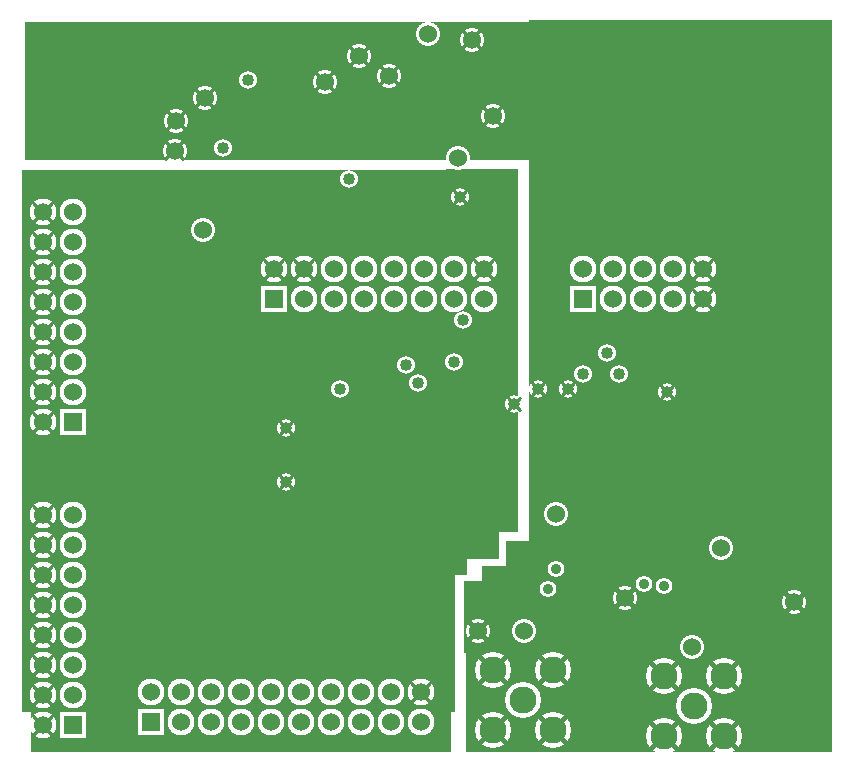
<source format=gbr>
G04 Title: TX Daughterboard, layergroup #3 *
G04 Creator: pcb-bin 1.99q *
G04 CreationDate: Fri Feb 10 03:52:58 2006 UTC *
G04 For: matt *
G04 Format: Gerber/RS-274X *
G04 PCB-Dimensions: 275000 250000 *
G04 PCB-Coordinate-Origin: lower left *
%MOIN*%
%FSLAX24Y24*%
G04 contains layers GND-sldr (1) *
%IPPOS*%
%ADD11C,0.0250*%
%ADD12C,0.0080*%
%ADD13C,0.0100*%
%ADD14R,0.0240X0.0240*%
%ADD15R,0.0440X0.0440*%
%ADD16R,0.0300X0.0300*%
%ADD17C,0.0060*%
%ADD18R,0.0540X0.0540*%
%ADD19R,0.0480X0.0480*%
%ADD20R,0.0680X0.0680*%
%ADD21C,0.0720*%
%ADD22C,0.0920X0.0720*%
%ADD23C,0.0920*%
%ADD24C,0.0240*%
%ADD25C,0.0340*%
%ADD26R,0.0200X0.0200*%
%ADD27R,0.0600X0.0600*%
%ADD28R,0.0660X0.0660*%
%ADD29R,0.0900X0.0900X0.0600X0.0600*%
%ADD30R,0.0900X0.0900*%
%ADD31C,0.0600*%
%ADD32C,0.0660*%
%AMTHERM1*7,0,0,0.0900,0.0600,0.0100,45*%
%ADD33THERM1*%
%ADD34C,0.0900X0.0600*%
%ADD35C,0.0900*%
%ADD36C,0.0200*%
%ADD37C,0.1200X0.0900*%
%ADD38C,0.1200*%
%ADD39C,0.0150*%
%AMTHERM2*7,0,0,0.1200,0.0900,0.0150,45*%
%ADD40THERM2*%
%ADD41C,0.0500*%
%ADD42R,0.0500X0.0500*%
%ADD43C,0.1320*%
%ADD44C,0.1520*%
%ADD45C,0.1520X0.1320*%
%ADD46C,0.0400*%
%ADD47C,0.0600X0.0400*%
%AMTHERM3*7,0,0,0.0600,0.0400,0.0100,45*%
%ADD48THERM3*%
%ADD49C,0.0800*%
%ADD50C,0.0800X0.0600*%
%ADD51C,0.0125*%
%AMTHERM4*7,0,0,0.0800,0.0600,0.0125,45*%
%ADD52THERM4*%
%ADD53C,0.0160*%
%AMTHERM5*7,0,0,0.0800,0.0600,0.0160,45*%
%ADD54THERM5*%
%ADD55C,0.0360*%
%ADD56C,0.0560*%
%ADD57C,0.0560X0.0360*%
%LNGROUP_2*%
%LPD*%
G01X0Y0D02*
G54D13*G36*
X14950Y3600D02*X16250D01*
Y6000D01*
X14950D01*
Y3600D01*
G37*
G36*
X14200Y6200D02*X15050D01*
Y8050D01*
X14200D01*
Y6200D01*
G37*
G36*
X200Y1650D02*X14650D01*
Y19700D01*
X200D01*
Y1650D01*
G37*
G36*
X17500Y3800D02*X16350D01*
Y7350D01*
X17500D01*
Y3800D01*
G37*
G36*
X14950Y8200D02*X16100D01*
Y6750D01*
X14950D01*
Y8200D01*
G37*
G36*
X16750Y7650D02*X14350D01*
Y19750D01*
X16750D01*
Y7650D01*
G37*
G36*
X17500Y24650D02*X300D01*
Y20050D01*
X17500D01*
Y24650D01*
G37*
G36*
X16900Y3600D02*X15550D01*
Y6500D01*
X16900D01*
Y3600D01*
G37*
G36*
X15000Y300D02*X20300D01*
Y3900D01*
X15000D01*
Y300D01*
G37*
G36*
X500D02*X14500D01*
Y4700D01*
X500D01*
Y300D01*
G37*
G36*
X17100D02*X27200D01*
Y24700D01*
X17100D01*
Y300D01*
G37*
%LNCUTS*%
%LPC*%
G54D49*X15400Y4350D03*
G54D38*X15900Y3050D03*
G54D31*X11100Y19400D03*
X14800Y18800D03*
G54D49*X6250Y17700D03*
G54D31*X13000Y13200D03*
X13400Y12600D03*
X10800Y12400D03*
X9000Y9300D03*
Y11100D03*
X14900Y14700D03*
X14600Y13300D03*
G54D30*X1900Y11300D03*
G54D35*X900D03*
X1900Y12300D03*
X900D03*
X1900Y15300D03*
X900D03*
X1900Y16300D03*
X900D03*
X1900Y17300D03*
X900D03*
X1900Y18300D03*
X900D03*
G54D30*X4500Y1300D03*
G54D35*Y2300D03*
X1900Y2200D03*
X900D03*
X1900Y3200D03*
Y4200D03*
Y5200D03*
Y6200D03*
Y7200D03*
Y8200D03*
X900Y3200D03*
Y4200D03*
Y5200D03*
Y6200D03*
Y7200D03*
Y8200D03*
X1900Y13300D03*
X900D03*
X1900Y14300D03*
X900D03*
G54D30*X8600Y15400D03*
G54D35*Y16400D03*
X9600Y15400D03*
Y16400D03*
X10600Y15400D03*
Y16400D03*
X11600Y15400D03*
Y16400D03*
X12600D03*
X13600D03*
X12600Y15400D03*
X13600D03*
X14600D03*
Y16400D03*
X5500Y1300D03*
Y2300D03*
X6500Y1300D03*
Y2300D03*
X7500Y1300D03*
Y2300D03*
X8500Y1300D03*
X9500D03*
X10500D03*
X11500D03*
X12500D03*
X13500D03*
X8500Y2300D03*
X9500D03*
X10500D03*
X11500D03*
X12500D03*
X13500D03*
G54D56*X17750Y5750D03*
G54D49*X16950Y4350D03*
G54D31*X14800Y18800D03*
G54D49*X14750Y20100D03*
G54D31*X14900Y14700D03*
X14600Y13300D03*
X16600Y11900D03*
G54D35*X15600Y15400D03*
Y16400D03*
X14600Y15400D03*
Y16400D03*
G54D49*X15200Y24050D03*
X13750Y24250D03*
X15900Y21500D03*
G54D31*X7750Y22700D03*
G54D49*X14750Y20100D03*
X10300Y22650D03*
X11450Y23500D03*
X12450Y22850D03*
X5300Y20350D03*
X5350Y21350D03*
X6300Y22100D03*
G54D31*X6900Y20450D03*
G54D49*X15400Y4350D03*
X16950D03*
G54D38*X15900Y3050D03*
X16900Y2050D03*
X15900Y1050D03*
Y3050D03*
X17900Y1050D03*
Y3050D03*
G54D30*X4500Y1300D03*
G54D35*Y2300D03*
X900Y1200D03*
X1900Y2200D03*
X900D03*
X1900Y3200D03*
Y4200D03*
X900Y3200D03*
Y4200D03*
X5500Y1300D03*
Y2300D03*
X6500Y1300D03*
Y2300D03*
X7500Y1300D03*
Y2300D03*
X8500Y1300D03*
X9500D03*
X10500D03*
X11500D03*
X12500D03*
X13500D03*
X8500Y2300D03*
X9500D03*
X10500D03*
X11500D03*
X12500D03*
X13500D03*
G54D30*X1900Y1200D03*
G54D31*X18900Y12900D03*
X18400Y12400D03*
X17400D03*
X20100Y12900D03*
X19700Y13600D03*
X21700Y12300D03*
G54D49*X18000Y8250D03*
X23500Y7100D03*
X25950Y5300D03*
X20300Y5450D03*
G54D56*X20950Y5900D03*
X21600Y5850D03*
X18000Y6400D03*
X17750Y5750D03*
G54D49*X16950Y4350D03*
X22550Y3800D03*
G54D38*X22600Y1850D03*
X21600Y850D03*
Y2850D03*
G54D30*X18900Y15400D03*
G54D35*X19900D03*
X20900D03*
X21900D03*
X22900D03*
X18900Y16400D03*
X19900D03*
X20900D03*
X21900D03*
X22900D03*
G54D38*X23600Y850D03*
Y2850D03*
X16900Y2050D03*
X17900Y1050D03*
Y3050D03*
%LNTRACKS*%
%LPD*%
G54D13*X20300Y5450D02*X20450Y5600D01*
G54D27*X1900Y1200D03*
G54D31*X900D03*
G54D13*X585Y1515D02*X1215Y885D01*
X585D02*X1215Y1515D01*
G54D31*X1900Y2200D03*
X900D03*
G54D13*X585Y2515D02*X1215Y1885D01*
X585D02*X1215Y2515D01*
G54D31*X1900Y3200D03*
X900D03*
G54D13*X585Y3515D02*X1215Y2885D01*
X585D02*X1215Y3515D01*
G54D31*X1900Y4200D03*
X900D03*
G54D13*X585Y4515D02*X1215Y3885D01*
X585D02*X1215Y4515D01*
G54D31*X1900Y5200D03*
X900D03*
G54D13*X585Y5515D02*X1215Y4885D01*
X585D02*X1215Y5515D01*
G54D31*X1900Y6200D03*
X900D03*
G54D13*X585Y6515D02*X1215Y5885D01*
X585D02*X1215Y6515D01*
G54D31*X1900Y7200D03*
X900D03*
G54D13*X585Y7515D02*X1215Y6885D01*
X585D02*X1215Y7515D01*
G54D31*X1900Y8200D03*
X900D03*
G54D13*X585Y8515D02*X1215Y7885D01*
X585D02*X1215Y8515D01*
G54D27*X4500Y1300D03*
G54D31*Y2300D03*
X5500Y1300D03*
Y2300D03*
X6500Y1300D03*
Y2300D03*
X7500Y1300D03*
Y2300D03*
X8500Y1300D03*
Y2300D03*
X9500Y1300D03*
Y2300D03*
X10500Y1300D03*
Y2300D03*
X11500Y1300D03*
Y2300D03*
X12500Y1300D03*
Y2300D03*
X13500Y1300D03*
Y2300D03*
G54D13*X13185Y2615D02*X13815Y1985D01*
X13185D02*X13815Y2615D01*
G54D27*X18900Y15400D03*
G54D31*Y16400D03*
X19900Y15400D03*
Y16400D03*
X20900Y15400D03*
Y16400D03*
X21900Y15400D03*
Y16400D03*
X22900Y15400D03*
G54D13*X22585Y15715D02*X23215Y15085D01*
X22585D02*X23215Y15715D01*
G54D31*X22900Y16400D03*
G54D13*X22585Y16715D02*X23215Y16085D01*
X22585D02*X23215Y16715D01*
G54D35*X22600Y1850D03*
X21600Y850D03*
G54D39*X21180Y1270D02*X22020Y430D01*
X21180D02*X22020Y1270D01*
G54D35*X21600Y2850D03*
G54D39*X21180Y3270D02*X22020Y2430D01*
X21180D02*X22020Y3270D01*
G54D35*X23600Y850D03*
G54D39*X23180Y1270D02*X24020Y430D01*
X23180D02*X24020Y1270D01*
G54D35*X23600Y2850D03*
G54D39*X23180Y3270D02*X24020Y2430D01*
X23180D02*X24020Y3270D01*
G54D27*X8600Y15400D03*
G54D31*Y16400D03*
G54D13*X8285Y16715D02*X8915Y16085D01*
X8285D02*X8915Y16715D01*
G54D31*X9600Y15400D03*
Y16400D03*
G54D13*X9285Y16715D02*X9915Y16085D01*
X9285D02*X9915Y16715D01*
G54D31*X10600Y15400D03*
Y16400D03*
X11600Y15400D03*
Y16400D03*
X12600Y15400D03*
Y16400D03*
X13600Y15400D03*
Y16400D03*
X14600Y15400D03*
Y16400D03*
X15600Y15400D03*
Y16400D03*
G54D13*X15285Y16715D02*X15915Y16085D01*
X15285D02*X15915Y16715D01*
G54D35*X16900Y2050D03*
X15900Y1050D03*
G54D39*X15480Y1470D02*X16320Y630D01*
X15480D02*X16320Y1470D01*
G54D35*X15900Y3050D03*
G54D39*X15480Y3470D02*X16320Y2630D01*
X15480D02*X16320Y3470D01*
G54D35*X17900Y1050D03*
G54D39*X17480Y1470D02*X18320Y630D01*
X17480D02*X18320Y1470D01*
G54D35*X17900Y3050D03*
G54D39*X17480Y3470D02*X18320Y2630D01*
X17480D02*X18320Y3470D01*
G54D27*X1900Y11300D03*
G54D31*X900D03*
G54D13*X585Y11615D02*X1215Y10985D01*
X585D02*X1215Y11615D01*
G54D31*X1900Y12300D03*
X900D03*
G54D13*X585Y12615D02*X1215Y11985D01*
X585D02*X1215Y12615D01*
G54D31*X1900Y13300D03*
X900D03*
G54D13*X585Y13615D02*X1215Y12985D01*
X585D02*X1215Y13615D01*
G54D31*X1900Y14300D03*
X900D03*
G54D13*X585Y14615D02*X1215Y13985D01*
X585D02*X1215Y14615D01*
G54D31*X1900Y15300D03*
X900D03*
G54D13*X585Y15615D02*X1215Y14985D01*
X585D02*X1215Y15615D01*
G54D31*X1900Y16300D03*
X900D03*
G54D13*X585Y16615D02*X1215Y15985D01*
X585D02*X1215Y16615D01*
G54D31*X1900Y17300D03*
X900D03*
G54D13*X585Y17615D02*X1215Y16985D01*
X585D02*X1215Y17615D01*
G54D31*X1900Y18300D03*
X900D03*
G54D13*X585Y18615D02*X1215Y17985D01*
X585D02*X1215Y18615D01*
G54D46*X11100Y19400D03*
X16600Y11900D03*
G54D13*X16390Y12110D02*X16810Y11690D01*
X16390D02*X16810Y12110D01*
G54D46*X18900Y12900D03*
X20100D03*
X19700Y13600D03*
X14900Y14700D03*
X14600Y13300D03*
X13000Y13200D03*
X13400Y12600D03*
X10800Y12400D03*
X9000Y9300D03*
G54D13*X8790Y9510D02*X9210Y9090D01*
X8790D02*X9210Y9510D01*
G54D46*X18400Y12400D03*
G54D13*X18190Y12610D02*X18610Y12190D01*
X18190D02*X18610Y12610D01*
G54D46*X17400Y12400D03*
G54D13*X17190Y12610D02*X17610Y12190D01*
X17190D02*X17610Y12610D01*
G54D46*X14800Y18800D03*
G54D13*X14590Y19010D02*X15010Y18590D01*
X14590D02*X15010Y19010D01*
G54D46*X9000Y11100D03*
G54D13*X8790Y11310D02*X9210Y10890D01*
X8790D02*X9210Y11310D01*
G54D31*X6250Y17700D03*
X5300Y20350D03*
G54D51*X5020Y20630D02*X5580Y20070D01*
X5020D02*X5580Y20630D01*
G54D31*X5350Y21350D03*
G54D51*X5070Y21630D02*X5630Y21070D01*
X5070D02*X5630Y21630D01*
G54D31*X6300Y22100D03*
G54D51*X6020Y22380D02*X6580Y21820D01*
X6020D02*X6580Y22380D01*
G54D31*X10300Y22650D03*
G54D51*X10020Y22930D02*X10580Y22370D01*
X10020D02*X10580Y22930D01*
G54D31*X11450Y23500D03*
G54D51*X11170Y23780D02*X11730Y23220D01*
X11170D02*X11730Y23780D01*
G54D31*X12450Y22850D03*
G54D51*X12170Y23130D02*X12730Y22570D01*
X12170D02*X12730Y23130D01*
G54D31*X15200Y24050D03*
G54D51*X14920Y24330D02*X15480Y23770D01*
X14920D02*X15480Y24330D01*
G54D31*X15900Y21500D03*
G54D51*X15620Y21780D02*X16180Y21220D01*
X15620D02*X16180Y21780D01*
G54D46*X6900Y20450D03*
X7750Y22700D03*
X21700Y12300D03*
G54D13*X21490Y12510D02*X21910Y12090D01*
X21490D02*X21910Y12510D01*
G54D31*X25950Y5300D03*
G54D53*X25670Y5580D02*X26230Y5020D01*
X25670D02*X26230Y5580D01*
G54D31*X15400Y4350D03*
G54D53*X15120Y4630D02*X15680Y4070D01*
X15120D02*X15680Y4630D01*
G54D31*X20300Y5450D03*
G54D53*X20020Y5730D02*X20580Y5170D01*
X20020D02*X20580Y5730D01*
G54D55*X20950Y5900D03*
X21600Y5850D03*
X18000Y6400D03*
X17750Y5750D03*
G54D31*X14750Y20100D03*
X16950Y4350D03*
X13750Y24250D03*
X18000Y8250D03*
X23500Y7100D03*
X22550Y3800D03*
M02*

</source>
